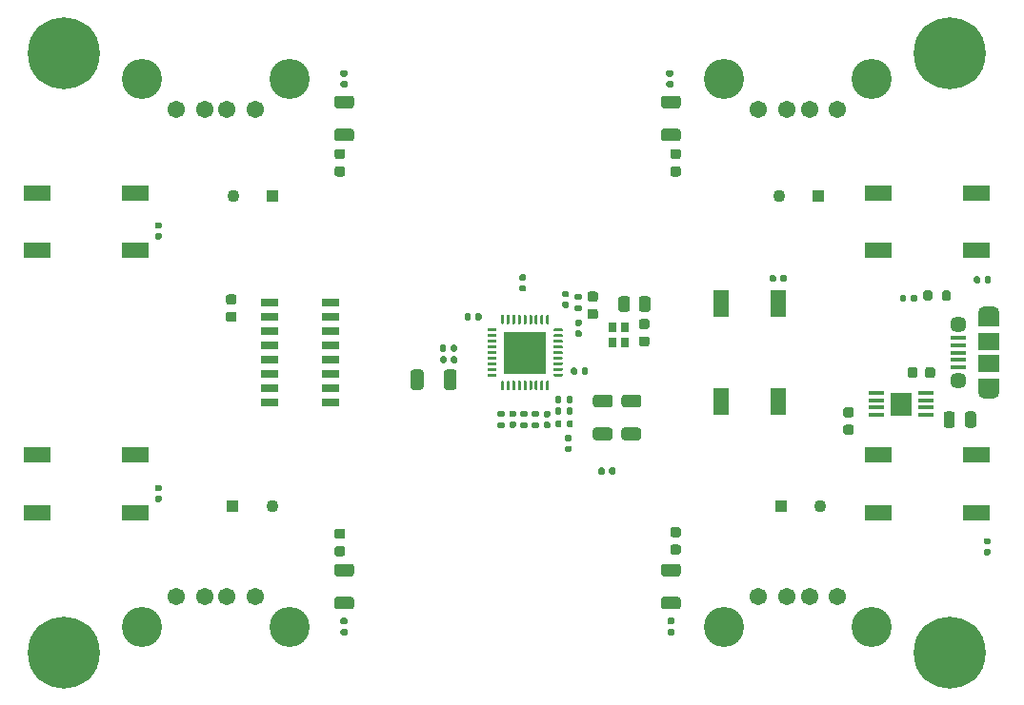
<source format=gbr>
G04 #@! TF.GenerationSoftware,KiCad,Pcbnew,(5.1.10)-1*
G04 #@! TF.CreationDate,2021-06-23T14:01:49+02:00*
G04 #@! TF.ProjectId,sh_control,73685f63-6f6e-4747-926f-6c2e6b696361,3.2*
G04 #@! TF.SameCoordinates,Original*
G04 #@! TF.FileFunction,Soldermask,Top*
G04 #@! TF.FilePolarity,Negative*
%FSLAX46Y46*%
G04 Gerber Fmt 4.6, Leading zero omitted, Abs format (unit mm)*
G04 Created by KiCad (PCBNEW (5.1.10)-1) date 2021-06-23 14:01:49*
%MOMM*%
%LPD*%
G01*
G04 APERTURE LIST*
%ADD10C,3.570000*%
%ADD11C,1.545000*%
%ADD12C,1.100000*%
%ADD13R,1.100000X1.100000*%
%ADD14R,1.525000X0.650000*%
%ADD15R,2.350000X1.350000*%
%ADD16R,1.350000X2.350000*%
%ADD17R,0.800000X0.900000*%
%ADD18R,1.846000X2.150000*%
%ADD19R,1.400000X0.450000*%
%ADD20R,1.900000X1.200000*%
%ADD21O,1.900000X1.200000*%
%ADD22R,1.900000X1.500000*%
%ADD23C,1.450000*%
%ADD24R,1.350000X0.400000*%
%ADD25R,3.700000X3.700000*%
%ADD26C,0.800000*%
%ADD27C,6.400000*%
G04 APERTURE END LIST*
G36*
G01*
X54746999Y-122058000D02*
X55997001Y-122058000D01*
G75*
G02*
X56247000Y-122307999I0J-249999D01*
G01*
X56247000Y-122933001D01*
G75*
G02*
X55997001Y-123183000I-249999J0D01*
G01*
X54746999Y-123183000D01*
G75*
G02*
X54497000Y-122933001I0J249999D01*
G01*
X54497000Y-122307999D01*
G75*
G02*
X54746999Y-122058000I249999J0D01*
G01*
G37*
G36*
G01*
X54746999Y-119133000D02*
X55997001Y-119133000D01*
G75*
G02*
X56247000Y-119382999I0J-249999D01*
G01*
X56247000Y-120008001D01*
G75*
G02*
X55997001Y-120258000I-249999J0D01*
G01*
X54746999Y-120258000D01*
G75*
G02*
X54497000Y-120008001I0J249999D01*
G01*
X54497000Y-119382999D01*
G75*
G02*
X54746999Y-119133000I249999J0D01*
G01*
G37*
G36*
G01*
X55997001Y-78602000D02*
X54746999Y-78602000D01*
G75*
G02*
X54497000Y-78352001I0J249999D01*
G01*
X54497000Y-77726999D01*
G75*
G02*
X54746999Y-77477000I249999J0D01*
G01*
X55997001Y-77477000D01*
G75*
G02*
X56247000Y-77726999I0J-249999D01*
G01*
X56247000Y-78352001D01*
G75*
G02*
X55997001Y-78602000I-249999J0D01*
G01*
G37*
G36*
G01*
X55997001Y-81527000D02*
X54746999Y-81527000D01*
G75*
G02*
X54497000Y-81277001I0J249999D01*
G01*
X54497000Y-80651999D01*
G75*
G02*
X54746999Y-80402000I249999J0D01*
G01*
X55997001Y-80402000D01*
G75*
G02*
X56247000Y-80651999I0J-249999D01*
G01*
X56247000Y-81277001D01*
G75*
G02*
X55997001Y-81527000I-249999J0D01*
G01*
G37*
G36*
G01*
X85047001Y-78602000D02*
X83796999Y-78602000D01*
G75*
G02*
X83547000Y-78352001I0J249999D01*
G01*
X83547000Y-77726999D01*
G75*
G02*
X83796999Y-77477000I249999J0D01*
G01*
X85047001Y-77477000D01*
G75*
G02*
X85297000Y-77726999I0J-249999D01*
G01*
X85297000Y-78352001D01*
G75*
G02*
X85047001Y-78602000I-249999J0D01*
G01*
G37*
G36*
G01*
X85047001Y-81527000D02*
X83796999Y-81527000D01*
G75*
G02*
X83547000Y-81277001I0J249999D01*
G01*
X83547000Y-80651999D01*
G75*
G02*
X83796999Y-80402000I249999J0D01*
G01*
X85047001Y-80402000D01*
G75*
G02*
X85297000Y-80651999I0J-249999D01*
G01*
X85297000Y-81277001D01*
G75*
G02*
X85047001Y-81527000I-249999J0D01*
G01*
G37*
G36*
G01*
X83796999Y-122058000D02*
X85047001Y-122058000D01*
G75*
G02*
X85297000Y-122307999I0J-249999D01*
G01*
X85297000Y-122933001D01*
G75*
G02*
X85047001Y-123183000I-249999J0D01*
G01*
X83796999Y-123183000D01*
G75*
G02*
X83547000Y-122933001I0J249999D01*
G01*
X83547000Y-122307999D01*
G75*
G02*
X83796999Y-122058000I249999J0D01*
G01*
G37*
G36*
G01*
X83796999Y-119133000D02*
X85047001Y-119133000D01*
G75*
G02*
X85297000Y-119382999I0J-249999D01*
G01*
X85297000Y-120008001D01*
G75*
G02*
X85047001Y-120258000I-249999J0D01*
G01*
X83796999Y-120258000D01*
G75*
G02*
X83547000Y-120008001I0J249999D01*
G01*
X83547000Y-119382999D01*
G75*
G02*
X83796999Y-119133000I249999J0D01*
G01*
G37*
G36*
G01*
X55544500Y-124524000D02*
X55199500Y-124524000D01*
G75*
G02*
X55052000Y-124376500I0J147500D01*
G01*
X55052000Y-124081500D01*
G75*
G02*
X55199500Y-123934000I147500J0D01*
G01*
X55544500Y-123934000D01*
G75*
G02*
X55692000Y-124081500I0J-147500D01*
G01*
X55692000Y-124376500D01*
G75*
G02*
X55544500Y-124524000I-147500J0D01*
G01*
G37*
G36*
G01*
X55544500Y-125494000D02*
X55199500Y-125494000D01*
G75*
G02*
X55052000Y-125346500I0J147500D01*
G01*
X55052000Y-125051500D01*
G75*
G02*
X55199500Y-124904000I147500J0D01*
G01*
X55544500Y-124904000D01*
G75*
G02*
X55692000Y-125051500I0J-147500D01*
G01*
X55692000Y-125346500D01*
G75*
G02*
X55544500Y-125494000I-147500J0D01*
G01*
G37*
G36*
G01*
X55199500Y-76159000D02*
X55544500Y-76159000D01*
G75*
G02*
X55692000Y-76306500I0J-147500D01*
G01*
X55692000Y-76601500D01*
G75*
G02*
X55544500Y-76749000I-147500J0D01*
G01*
X55199500Y-76749000D01*
G75*
G02*
X55052000Y-76601500I0J147500D01*
G01*
X55052000Y-76306500D01*
G75*
G02*
X55199500Y-76159000I147500J0D01*
G01*
G37*
G36*
G01*
X55199500Y-75189000D02*
X55544500Y-75189000D01*
G75*
G02*
X55692000Y-75336500I0J-147500D01*
G01*
X55692000Y-75631500D01*
G75*
G02*
X55544500Y-75779000I-147500J0D01*
G01*
X55199500Y-75779000D01*
G75*
G02*
X55052000Y-75631500I0J147500D01*
G01*
X55052000Y-75336500D01*
G75*
G02*
X55199500Y-75189000I147500J0D01*
G01*
G37*
G36*
G01*
X84155500Y-76159000D02*
X84500500Y-76159000D01*
G75*
G02*
X84648000Y-76306500I0J-147500D01*
G01*
X84648000Y-76601500D01*
G75*
G02*
X84500500Y-76749000I-147500J0D01*
G01*
X84155500Y-76749000D01*
G75*
G02*
X84008000Y-76601500I0J147500D01*
G01*
X84008000Y-76306500D01*
G75*
G02*
X84155500Y-76159000I147500J0D01*
G01*
G37*
G36*
G01*
X84155500Y-75189000D02*
X84500500Y-75189000D01*
G75*
G02*
X84648000Y-75336500I0J-147500D01*
G01*
X84648000Y-75631500D01*
G75*
G02*
X84500500Y-75779000I-147500J0D01*
G01*
X84155500Y-75779000D01*
G75*
G02*
X84008000Y-75631500I0J147500D01*
G01*
X84008000Y-75336500D01*
G75*
G02*
X84155500Y-75189000I147500J0D01*
G01*
G37*
G36*
G01*
X84594500Y-124524000D02*
X84249500Y-124524000D01*
G75*
G02*
X84102000Y-124376500I0J147500D01*
G01*
X84102000Y-124081500D01*
G75*
G02*
X84249500Y-123934000I147500J0D01*
G01*
X84594500Y-123934000D01*
G75*
G02*
X84742000Y-124081500I0J-147500D01*
G01*
X84742000Y-124376500D01*
G75*
G02*
X84594500Y-124524000I-147500J0D01*
G01*
G37*
G36*
G01*
X84594500Y-125494000D02*
X84249500Y-125494000D01*
G75*
G02*
X84102000Y-125346500I0J147500D01*
G01*
X84102000Y-125051500D01*
G75*
G02*
X84249500Y-124904000I147500J0D01*
G01*
X84594500Y-124904000D01*
G75*
G02*
X84742000Y-125051500I0J-147500D01*
G01*
X84742000Y-125346500D01*
G75*
G02*
X84594500Y-125494000I-147500J0D01*
G01*
G37*
D10*
X50550000Y-124710000D03*
X37410000Y-124710000D03*
D11*
X47480000Y-122000000D03*
X44980000Y-122000000D03*
X42980000Y-122000000D03*
X40480000Y-122000000D03*
D10*
X37410000Y-75950000D03*
X50550000Y-75950000D03*
D11*
X40480000Y-78660000D03*
X42980000Y-78660000D03*
X44980000Y-78660000D03*
X47480000Y-78660000D03*
D10*
X89150000Y-75950000D03*
X102290000Y-75950000D03*
D11*
X92220000Y-78660000D03*
X94720000Y-78660000D03*
X96720000Y-78660000D03*
X99220000Y-78660000D03*
D10*
X102290000Y-124710000D03*
X89150000Y-124710000D03*
D11*
X99220000Y-122000000D03*
X96720000Y-122000000D03*
X94720000Y-122000000D03*
X92220000Y-122000000D03*
G36*
G01*
X38692000Y-113075000D02*
X39032000Y-113075000D01*
G75*
G02*
X39172000Y-113215000I0J-140000D01*
G01*
X39172000Y-113495000D01*
G75*
G02*
X39032000Y-113635000I-140000J0D01*
G01*
X38692000Y-113635000D01*
G75*
G02*
X38552000Y-113495000I0J140000D01*
G01*
X38552000Y-113215000D01*
G75*
G02*
X38692000Y-113075000I140000J0D01*
G01*
G37*
G36*
G01*
X38692000Y-112115000D02*
X39032000Y-112115000D01*
G75*
G02*
X39172000Y-112255000I0J-140000D01*
G01*
X39172000Y-112535000D01*
G75*
G02*
X39032000Y-112675000I-140000J0D01*
G01*
X38692000Y-112675000D01*
G75*
G02*
X38552000Y-112535000I0J140000D01*
G01*
X38552000Y-112255000D01*
G75*
G02*
X38692000Y-112115000I140000J0D01*
G01*
G37*
G36*
G01*
X55241000Y-116909000D02*
X54741000Y-116909000D01*
G75*
G02*
X54516000Y-116684000I0J225000D01*
G01*
X54516000Y-116234000D01*
G75*
G02*
X54741000Y-116009000I225000J0D01*
G01*
X55241000Y-116009000D01*
G75*
G02*
X55466000Y-116234000I0J-225000D01*
G01*
X55466000Y-116684000D01*
G75*
G02*
X55241000Y-116909000I-225000J0D01*
G01*
G37*
G36*
G01*
X55241000Y-118459000D02*
X54741000Y-118459000D01*
G75*
G02*
X54516000Y-118234000I0J225000D01*
G01*
X54516000Y-117784000D01*
G75*
G02*
X54741000Y-117559000I225000J0D01*
G01*
X55241000Y-117559000D01*
G75*
G02*
X55466000Y-117784000I0J-225000D01*
G01*
X55466000Y-118234000D01*
G75*
G02*
X55241000Y-118459000I-225000J0D01*
G01*
G37*
G36*
G01*
X112313000Y-94023000D02*
X112313000Y-93683000D01*
G75*
G02*
X112453000Y-93543000I140000J0D01*
G01*
X112733000Y-93543000D01*
G75*
G02*
X112873000Y-93683000I0J-140000D01*
G01*
X112873000Y-94023000D01*
G75*
G02*
X112733000Y-94163000I-140000J0D01*
G01*
X112453000Y-94163000D01*
G75*
G02*
X112313000Y-94023000I0J140000D01*
G01*
G37*
G36*
G01*
X111353000Y-94023000D02*
X111353000Y-93683000D01*
G75*
G02*
X111493000Y-93543000I140000J0D01*
G01*
X111773000Y-93543000D01*
G75*
G02*
X111913000Y-93683000I0J-140000D01*
G01*
X111913000Y-94023000D01*
G75*
G02*
X111773000Y-94163000I-140000J0D01*
G01*
X111493000Y-94163000D01*
G75*
G02*
X111353000Y-94023000I0J140000D01*
G01*
G37*
G36*
G01*
X84586000Y-83764000D02*
X85086000Y-83764000D01*
G75*
G02*
X85311000Y-83989000I0J-225000D01*
G01*
X85311000Y-84439000D01*
G75*
G02*
X85086000Y-84664000I-225000J0D01*
G01*
X84586000Y-84664000D01*
G75*
G02*
X84361000Y-84439000I0J225000D01*
G01*
X84361000Y-83989000D01*
G75*
G02*
X84586000Y-83764000I225000J0D01*
G01*
G37*
G36*
G01*
X84586000Y-82214000D02*
X85086000Y-82214000D01*
G75*
G02*
X85311000Y-82439000I0J-225000D01*
G01*
X85311000Y-82889000D01*
G75*
G02*
X85086000Y-83114000I-225000J0D01*
G01*
X84586000Y-83114000D01*
G75*
G02*
X84361000Y-82889000I0J225000D01*
G01*
X84361000Y-82439000D01*
G75*
G02*
X84586000Y-82214000I225000J0D01*
G01*
G37*
D12*
X48980000Y-114000000D03*
D13*
X45480000Y-114000000D03*
D12*
X94036000Y-86360000D03*
D13*
X97536000Y-86360000D03*
G36*
G01*
X38692000Y-89707000D02*
X39032000Y-89707000D01*
G75*
G02*
X39172000Y-89847000I0J-140000D01*
G01*
X39172000Y-90127000D01*
G75*
G02*
X39032000Y-90267000I-140000J0D01*
G01*
X38692000Y-90267000D01*
G75*
G02*
X38552000Y-90127000I0J140000D01*
G01*
X38552000Y-89847000D01*
G75*
G02*
X38692000Y-89707000I140000J0D01*
G01*
G37*
G36*
G01*
X38692000Y-88747000D02*
X39032000Y-88747000D01*
G75*
G02*
X39172000Y-88887000I0J-140000D01*
G01*
X39172000Y-89167000D01*
G75*
G02*
X39032000Y-89307000I-140000J0D01*
G01*
X38692000Y-89307000D01*
G75*
G02*
X38552000Y-89167000I0J140000D01*
G01*
X38552000Y-88887000D01*
G75*
G02*
X38692000Y-88747000I140000J0D01*
G01*
G37*
G36*
G01*
X54741000Y-83764000D02*
X55241000Y-83764000D01*
G75*
G02*
X55466000Y-83989000I0J-225000D01*
G01*
X55466000Y-84439000D01*
G75*
G02*
X55241000Y-84664000I-225000J0D01*
G01*
X54741000Y-84664000D01*
G75*
G02*
X54516000Y-84439000I0J225000D01*
G01*
X54516000Y-83989000D01*
G75*
G02*
X54741000Y-83764000I225000J0D01*
G01*
G37*
G36*
G01*
X54741000Y-82214000D02*
X55241000Y-82214000D01*
G75*
G02*
X55466000Y-82439000I0J-225000D01*
G01*
X55466000Y-82889000D01*
G75*
G02*
X55241000Y-83114000I-225000J0D01*
G01*
X54741000Y-83114000D01*
G75*
G02*
X54516000Y-82889000I0J225000D01*
G01*
X54516000Y-82439000D01*
G75*
G02*
X54741000Y-82214000I225000J0D01*
G01*
G37*
D12*
X45522000Y-86360000D03*
D13*
X49022000Y-86360000D03*
D12*
X97720000Y-114000000D03*
D13*
X94220000Y-114000000D03*
G36*
G01*
X85086000Y-116769000D02*
X84586000Y-116769000D01*
G75*
G02*
X84361000Y-116544000I0J225000D01*
G01*
X84361000Y-116094000D01*
G75*
G02*
X84586000Y-115869000I225000J0D01*
G01*
X85086000Y-115869000D01*
G75*
G02*
X85311000Y-116094000I0J-225000D01*
G01*
X85311000Y-116544000D01*
G75*
G02*
X85086000Y-116769000I-225000J0D01*
G01*
G37*
G36*
G01*
X85086000Y-118319000D02*
X84586000Y-118319000D01*
G75*
G02*
X84361000Y-118094000I0J225000D01*
G01*
X84361000Y-117644000D01*
G75*
G02*
X84586000Y-117419000I225000J0D01*
G01*
X85086000Y-117419000D01*
G75*
G02*
X85311000Y-117644000I0J-225000D01*
G01*
X85311000Y-118094000D01*
G75*
G02*
X85086000Y-118319000I-225000J0D01*
G01*
G37*
G36*
G01*
X112692000Y-117402000D02*
X112352000Y-117402000D01*
G75*
G02*
X112212000Y-117262000I0J140000D01*
G01*
X112212000Y-116982000D01*
G75*
G02*
X112352000Y-116842000I140000J0D01*
G01*
X112692000Y-116842000D01*
G75*
G02*
X112832000Y-116982000I0J-140000D01*
G01*
X112832000Y-117262000D01*
G75*
G02*
X112692000Y-117402000I-140000J0D01*
G01*
G37*
G36*
G01*
X112692000Y-118362000D02*
X112352000Y-118362000D01*
G75*
G02*
X112212000Y-118222000I0J140000D01*
G01*
X112212000Y-117942000D01*
G75*
G02*
X112352000Y-117802000I140000J0D01*
G01*
X112692000Y-117802000D01*
G75*
G02*
X112832000Y-117942000I0J-140000D01*
G01*
X112832000Y-118222000D01*
G75*
G02*
X112692000Y-118362000I-140000J0D01*
G01*
G37*
D14*
X54162000Y-95885000D03*
X54162000Y-97155000D03*
X54162000Y-98425000D03*
X54162000Y-99695000D03*
X54162000Y-100965000D03*
X54162000Y-102235000D03*
X54162000Y-103505000D03*
X54162000Y-104775000D03*
X48738000Y-104775000D03*
X48738000Y-103505000D03*
X48738000Y-102235000D03*
X48738000Y-100965000D03*
X48738000Y-99695000D03*
X48738000Y-98425000D03*
X48738000Y-97155000D03*
X48738000Y-95885000D03*
D15*
X36830000Y-109450000D03*
X36830000Y-114550000D03*
X28130000Y-114550000D03*
X28130000Y-109450000D03*
X36830000Y-86110000D03*
X36830000Y-91210000D03*
X28130000Y-91210000D03*
X28130000Y-86110000D03*
X111570000Y-86110000D03*
X111570000Y-91210000D03*
X102870000Y-91210000D03*
X102870000Y-86110000D03*
X111570000Y-109450000D03*
X111570000Y-114550000D03*
X102870000Y-114550000D03*
X102870000Y-109450000D03*
G36*
G01*
X108502000Y-95525000D02*
X108502000Y-94975000D01*
G75*
G02*
X108702000Y-94775000I200000J0D01*
G01*
X109102000Y-94775000D01*
G75*
G02*
X109302000Y-94975000I0J-200000D01*
G01*
X109302000Y-95525000D01*
G75*
G02*
X109102000Y-95725000I-200000J0D01*
G01*
X108702000Y-95725000D01*
G75*
G02*
X108502000Y-95525000I0J200000D01*
G01*
G37*
G36*
G01*
X106852000Y-95525000D02*
X106852000Y-94975000D01*
G75*
G02*
X107052000Y-94775000I200000J0D01*
G01*
X107452000Y-94775000D01*
G75*
G02*
X107652000Y-94975000I0J-200000D01*
G01*
X107652000Y-95525000D01*
G75*
G02*
X107452000Y-95725000I-200000J0D01*
G01*
X107052000Y-95725000D01*
G75*
G02*
X106852000Y-95525000I0J200000D01*
G01*
G37*
D16*
X88900000Y-95980000D03*
X94000000Y-95980000D03*
X94000000Y-104680000D03*
X88900000Y-104680000D03*
G36*
G01*
X71189000Y-106541000D02*
X71559000Y-106541000D01*
G75*
G02*
X71694000Y-106676000I0J-135000D01*
G01*
X71694000Y-106946000D01*
G75*
G02*
X71559000Y-107081000I-135000J0D01*
G01*
X71189000Y-107081000D01*
G75*
G02*
X71054000Y-106946000I0J135000D01*
G01*
X71054000Y-106676000D01*
G75*
G02*
X71189000Y-106541000I135000J0D01*
G01*
G37*
G36*
G01*
X71189000Y-105521000D02*
X71559000Y-105521000D01*
G75*
G02*
X71694000Y-105656000I0J-135000D01*
G01*
X71694000Y-105926000D01*
G75*
G02*
X71559000Y-106061000I-135000J0D01*
G01*
X71189000Y-106061000D01*
G75*
G02*
X71054000Y-105926000I0J135000D01*
G01*
X71054000Y-105656000D01*
G75*
G02*
X71189000Y-105521000I135000J0D01*
G01*
G37*
G36*
G01*
X69157000Y-106541000D02*
X69527000Y-106541000D01*
G75*
G02*
X69662000Y-106676000I0J-135000D01*
G01*
X69662000Y-106946000D01*
G75*
G02*
X69527000Y-107081000I-135000J0D01*
G01*
X69157000Y-107081000D01*
G75*
G02*
X69022000Y-106946000I0J135000D01*
G01*
X69022000Y-106676000D01*
G75*
G02*
X69157000Y-106541000I135000J0D01*
G01*
G37*
G36*
G01*
X69157000Y-105521000D02*
X69527000Y-105521000D01*
G75*
G02*
X69662000Y-105656000I0J-135000D01*
G01*
X69662000Y-105926000D01*
G75*
G02*
X69527000Y-106061000I-135000J0D01*
G01*
X69157000Y-106061000D01*
G75*
G02*
X69022000Y-105926000I0J135000D01*
G01*
X69022000Y-105656000D01*
G75*
G02*
X69157000Y-105521000I135000J0D01*
G01*
G37*
G36*
G01*
X72205000Y-106537000D02*
X72575000Y-106537000D01*
G75*
G02*
X72710000Y-106672000I0J-135000D01*
G01*
X72710000Y-106942000D01*
G75*
G02*
X72575000Y-107077000I-135000J0D01*
G01*
X72205000Y-107077000D01*
G75*
G02*
X72070000Y-106942000I0J135000D01*
G01*
X72070000Y-106672000D01*
G75*
G02*
X72205000Y-106537000I135000J0D01*
G01*
G37*
G36*
G01*
X72205000Y-105517000D02*
X72575000Y-105517000D01*
G75*
G02*
X72710000Y-105652000I0J-135000D01*
G01*
X72710000Y-105922000D01*
G75*
G02*
X72575000Y-106057000I-135000J0D01*
G01*
X72205000Y-106057000D01*
G75*
G02*
X72070000Y-105922000I0J135000D01*
G01*
X72070000Y-105652000D01*
G75*
G02*
X72205000Y-105517000I135000J0D01*
G01*
G37*
G36*
G01*
X64443000Y-99779000D02*
X64443000Y-100119000D01*
G75*
G02*
X64303000Y-100259000I-140000J0D01*
G01*
X64023000Y-100259000D01*
G75*
G02*
X63883000Y-100119000I0J140000D01*
G01*
X63883000Y-99779000D01*
G75*
G02*
X64023000Y-99639000I140000J0D01*
G01*
X64303000Y-99639000D01*
G75*
G02*
X64443000Y-99779000I0J-140000D01*
G01*
G37*
G36*
G01*
X65403000Y-99779000D02*
X65403000Y-100119000D01*
G75*
G02*
X65263000Y-100259000I-140000J0D01*
G01*
X64983000Y-100259000D01*
G75*
G02*
X64843000Y-100119000I0J140000D01*
G01*
X64843000Y-99779000D01*
G75*
G02*
X64983000Y-99639000I140000J0D01*
G01*
X65263000Y-99639000D01*
G75*
G02*
X65403000Y-99779000I0J-140000D01*
G01*
G37*
G36*
G01*
X94152000Y-93896000D02*
X94152000Y-93556000D01*
G75*
G02*
X94292000Y-93416000I140000J0D01*
G01*
X94572000Y-93416000D01*
G75*
G02*
X94712000Y-93556000I0J-140000D01*
G01*
X94712000Y-93896000D01*
G75*
G02*
X94572000Y-94036000I-140000J0D01*
G01*
X94292000Y-94036000D01*
G75*
G02*
X94152000Y-93896000I0J140000D01*
G01*
G37*
G36*
G01*
X93192000Y-93896000D02*
X93192000Y-93556000D01*
G75*
G02*
X93332000Y-93416000I140000J0D01*
G01*
X93612000Y-93416000D01*
G75*
G02*
X93752000Y-93556000I0J-140000D01*
G01*
X93752000Y-93896000D01*
G75*
G02*
X93612000Y-94036000I-140000J0D01*
G01*
X93332000Y-94036000D01*
G75*
G02*
X93192000Y-93896000I0J140000D01*
G01*
G37*
G36*
G01*
X45589000Y-96055000D02*
X45089000Y-96055000D01*
G75*
G02*
X44864000Y-95830000I0J225000D01*
G01*
X44864000Y-95380000D01*
G75*
G02*
X45089000Y-95155000I225000J0D01*
G01*
X45589000Y-95155000D01*
G75*
G02*
X45814000Y-95380000I0J-225000D01*
G01*
X45814000Y-95830000D01*
G75*
G02*
X45589000Y-96055000I-225000J0D01*
G01*
G37*
G36*
G01*
X45589000Y-97605000D02*
X45089000Y-97605000D01*
G75*
G02*
X44864000Y-97380000I0J225000D01*
G01*
X44864000Y-96930000D01*
G75*
G02*
X45089000Y-96705000I225000J0D01*
G01*
X45589000Y-96705000D01*
G75*
G02*
X45814000Y-96930000I0J-225000D01*
G01*
X45814000Y-97380000D01*
G75*
G02*
X45589000Y-97605000I-225000J0D01*
G01*
G37*
G36*
G01*
X106355000Y-101858000D02*
X106355000Y-102358000D01*
G75*
G02*
X106130000Y-102583000I-225000J0D01*
G01*
X105680000Y-102583000D01*
G75*
G02*
X105455000Y-102358000I0J225000D01*
G01*
X105455000Y-101858000D01*
G75*
G02*
X105680000Y-101633000I225000J0D01*
G01*
X106130000Y-101633000D01*
G75*
G02*
X106355000Y-101858000I0J-225000D01*
G01*
G37*
G36*
G01*
X107905000Y-101858000D02*
X107905000Y-102358000D01*
G75*
G02*
X107680000Y-102583000I-225000J0D01*
G01*
X107230000Y-102583000D01*
G75*
G02*
X107005000Y-102358000I0J225000D01*
G01*
X107005000Y-101858000D01*
G75*
G02*
X107230000Y-101633000I225000J0D01*
G01*
X107680000Y-101633000D01*
G75*
G02*
X107905000Y-101858000I0J-225000D01*
G01*
G37*
G36*
G01*
X105737000Y-95674000D02*
X105737000Y-95334000D01*
G75*
G02*
X105877000Y-95194000I140000J0D01*
G01*
X106157000Y-95194000D01*
G75*
G02*
X106297000Y-95334000I0J-140000D01*
G01*
X106297000Y-95674000D01*
G75*
G02*
X106157000Y-95814000I-140000J0D01*
G01*
X105877000Y-95814000D01*
G75*
G02*
X105737000Y-95674000I0J140000D01*
G01*
G37*
G36*
G01*
X104777000Y-95674000D02*
X104777000Y-95334000D01*
G75*
G02*
X104917000Y-95194000I140000J0D01*
G01*
X105197000Y-95194000D01*
G75*
G02*
X105337000Y-95334000I0J-140000D01*
G01*
X105337000Y-95674000D01*
G75*
G02*
X105197000Y-95814000I-140000J0D01*
G01*
X104917000Y-95814000D01*
G75*
G02*
X104777000Y-95674000I0J140000D01*
G01*
G37*
D17*
X80348000Y-98064000D03*
X80348000Y-99464000D03*
X79248000Y-99464000D03*
X79248000Y-98064000D03*
G36*
G01*
X76385000Y-95645000D02*
X76015000Y-95645000D01*
G75*
G02*
X75880000Y-95510000I0J135000D01*
G01*
X75880000Y-95240000D01*
G75*
G02*
X76015000Y-95105000I135000J0D01*
G01*
X76385000Y-95105000D01*
G75*
G02*
X76520000Y-95240000I0J-135000D01*
G01*
X76520000Y-95510000D01*
G75*
G02*
X76385000Y-95645000I-135000J0D01*
G01*
G37*
G36*
G01*
X76385000Y-96665000D02*
X76015000Y-96665000D01*
G75*
G02*
X75880000Y-96530000I0J135000D01*
G01*
X75880000Y-96260000D01*
G75*
G02*
X76015000Y-96125000I135000J0D01*
G01*
X76385000Y-96125000D01*
G75*
G02*
X76520000Y-96260000I0J-135000D01*
G01*
X76520000Y-96530000D01*
G75*
G02*
X76385000Y-96665000I-135000J0D01*
G01*
G37*
G36*
G01*
X75168000Y-104706000D02*
X75168000Y-104336000D01*
G75*
G02*
X75303000Y-104201000I135000J0D01*
G01*
X75573000Y-104201000D01*
G75*
G02*
X75708000Y-104336000I0J-135000D01*
G01*
X75708000Y-104706000D01*
G75*
G02*
X75573000Y-104841000I-135000J0D01*
G01*
X75303000Y-104841000D01*
G75*
G02*
X75168000Y-104706000I0J135000D01*
G01*
G37*
G36*
G01*
X74148000Y-104706000D02*
X74148000Y-104336000D01*
G75*
G02*
X74283000Y-104201000I135000J0D01*
G01*
X74553000Y-104201000D01*
G75*
G02*
X74688000Y-104336000I0J-135000D01*
G01*
X74688000Y-104706000D01*
G75*
G02*
X74553000Y-104841000I-135000J0D01*
G01*
X74283000Y-104841000D01*
G75*
G02*
X74148000Y-104706000I0J135000D01*
G01*
G37*
G36*
G01*
X81524001Y-105206500D02*
X80273999Y-105206500D01*
G75*
G02*
X80024000Y-104956501I0J249999D01*
G01*
X80024000Y-104331499D01*
G75*
G02*
X80273999Y-104081500I249999J0D01*
G01*
X81524001Y-104081500D01*
G75*
G02*
X81774000Y-104331499I0J-249999D01*
G01*
X81774000Y-104956501D01*
G75*
G02*
X81524001Y-105206500I-249999J0D01*
G01*
G37*
G36*
G01*
X81524001Y-108131500D02*
X80273999Y-108131500D01*
G75*
G02*
X80024000Y-107881501I0J249999D01*
G01*
X80024000Y-107256499D01*
G75*
G02*
X80273999Y-107006500I249999J0D01*
G01*
X81524001Y-107006500D01*
G75*
G02*
X81774000Y-107256499I0J-249999D01*
G01*
X81774000Y-107881501D01*
G75*
G02*
X81524001Y-108131500I-249999J0D01*
G01*
G37*
G36*
G01*
X75168000Y-105722000D02*
X75168000Y-105352000D01*
G75*
G02*
X75303000Y-105217000I135000J0D01*
G01*
X75573000Y-105217000D01*
G75*
G02*
X75708000Y-105352000I0J-135000D01*
G01*
X75708000Y-105722000D01*
G75*
G02*
X75573000Y-105857000I-135000J0D01*
G01*
X75303000Y-105857000D01*
G75*
G02*
X75168000Y-105722000I0J135000D01*
G01*
G37*
G36*
G01*
X74148000Y-105722000D02*
X74148000Y-105352000D01*
G75*
G02*
X74283000Y-105217000I135000J0D01*
G01*
X74553000Y-105217000D01*
G75*
G02*
X74688000Y-105352000I0J-135000D01*
G01*
X74688000Y-105722000D01*
G75*
G02*
X74553000Y-105857000I-135000J0D01*
G01*
X74283000Y-105857000D01*
G75*
G02*
X74148000Y-105722000I0J135000D01*
G01*
G37*
G36*
G01*
X80776500Y-95561999D02*
X80776500Y-96462001D01*
G75*
G02*
X80526501Y-96712000I-249999J0D01*
G01*
X80001499Y-96712000D01*
G75*
G02*
X79751500Y-96462001I0J249999D01*
G01*
X79751500Y-95561999D01*
G75*
G02*
X80001499Y-95312000I249999J0D01*
G01*
X80526501Y-95312000D01*
G75*
G02*
X80776500Y-95561999I0J-249999D01*
G01*
G37*
G36*
G01*
X82601500Y-95561999D02*
X82601500Y-96462001D01*
G75*
G02*
X82351501Y-96712000I-249999J0D01*
G01*
X81826499Y-96712000D01*
G75*
G02*
X81576500Y-96462001I0J249999D01*
G01*
X81576500Y-95561999D01*
G75*
G02*
X81826499Y-95312000I249999J0D01*
G01*
X82351501Y-95312000D01*
G75*
G02*
X82601500Y-95561999I0J-249999D01*
G01*
G37*
G36*
G01*
X77733999Y-107006500D02*
X78984001Y-107006500D01*
G75*
G02*
X79234000Y-107256499I0J-249999D01*
G01*
X79234000Y-107881501D01*
G75*
G02*
X78984001Y-108131500I-249999J0D01*
G01*
X77733999Y-108131500D01*
G75*
G02*
X77484000Y-107881501I0J249999D01*
G01*
X77484000Y-107256499D01*
G75*
G02*
X77733999Y-107006500I249999J0D01*
G01*
G37*
G36*
G01*
X77733999Y-104081500D02*
X78984001Y-104081500D01*
G75*
G02*
X79234000Y-104331499I0J-249999D01*
G01*
X79234000Y-104956501D01*
G75*
G02*
X78984001Y-105206500I-249999J0D01*
G01*
X77733999Y-105206500D01*
G75*
G02*
X77484000Y-104956501I0J249999D01*
G01*
X77484000Y-104331499D01*
G75*
G02*
X77733999Y-104081500I249999J0D01*
G01*
G37*
G36*
G01*
X75168000Y-106865000D02*
X75168000Y-106495000D01*
G75*
G02*
X75303000Y-106360000I135000J0D01*
G01*
X75573000Y-106360000D01*
G75*
G02*
X75708000Y-106495000I0J-135000D01*
G01*
X75708000Y-106865000D01*
G75*
G02*
X75573000Y-107000000I-135000J0D01*
G01*
X75303000Y-107000000D01*
G75*
G02*
X75168000Y-106865000I0J135000D01*
G01*
G37*
G36*
G01*
X74148000Y-106865000D02*
X74148000Y-106495000D01*
G75*
G02*
X74283000Y-106360000I135000J0D01*
G01*
X74553000Y-106360000D01*
G75*
G02*
X74688000Y-106495000I0J-135000D01*
G01*
X74688000Y-106865000D01*
G75*
G02*
X74553000Y-107000000I-135000J0D01*
G01*
X74283000Y-107000000D01*
G75*
G02*
X74148000Y-106865000I0J135000D01*
G01*
G37*
G36*
G01*
X78550000Y-110698500D02*
X78550000Y-111043500D01*
G75*
G02*
X78402500Y-111191000I-147500J0D01*
G01*
X78107500Y-111191000D01*
G75*
G02*
X77960000Y-111043500I0J147500D01*
G01*
X77960000Y-110698500D01*
G75*
G02*
X78107500Y-110551000I147500J0D01*
G01*
X78402500Y-110551000D01*
G75*
G02*
X78550000Y-110698500I0J-147500D01*
G01*
G37*
G36*
G01*
X79520000Y-110698500D02*
X79520000Y-111043500D01*
G75*
G02*
X79372500Y-111191000I-147500J0D01*
G01*
X79077500Y-111191000D01*
G75*
G02*
X78930000Y-111043500I0J147500D01*
G01*
X78930000Y-110698500D01*
G75*
G02*
X79077500Y-110551000I147500J0D01*
G01*
X79372500Y-110551000D01*
G75*
G02*
X79520000Y-110698500I0J-147500D01*
G01*
G37*
G36*
G01*
X76370000Y-97971000D02*
X76030000Y-97971000D01*
G75*
G02*
X75890000Y-97831000I0J140000D01*
G01*
X75890000Y-97551000D01*
G75*
G02*
X76030000Y-97411000I140000J0D01*
G01*
X76370000Y-97411000D01*
G75*
G02*
X76510000Y-97551000I0J-140000D01*
G01*
X76510000Y-97831000D01*
G75*
G02*
X76370000Y-97971000I-140000J0D01*
G01*
G37*
G36*
G01*
X76370000Y-98931000D02*
X76030000Y-98931000D01*
G75*
G02*
X75890000Y-98791000I0J140000D01*
G01*
X75890000Y-98511000D01*
G75*
G02*
X76030000Y-98371000I140000J0D01*
G01*
X76370000Y-98371000D01*
G75*
G02*
X76510000Y-98511000I0J-140000D01*
G01*
X76510000Y-98791000D01*
G75*
G02*
X76370000Y-98931000I-140000J0D01*
G01*
G37*
G36*
G01*
X75141000Y-108630000D02*
X75481000Y-108630000D01*
G75*
G02*
X75621000Y-108770000I0J-140000D01*
G01*
X75621000Y-109050000D01*
G75*
G02*
X75481000Y-109190000I-140000J0D01*
G01*
X75141000Y-109190000D01*
G75*
G02*
X75001000Y-109050000I0J140000D01*
G01*
X75001000Y-108770000D01*
G75*
G02*
X75141000Y-108630000I140000J0D01*
G01*
G37*
G36*
G01*
X75141000Y-107670000D02*
X75481000Y-107670000D01*
G75*
G02*
X75621000Y-107810000I0J-140000D01*
G01*
X75621000Y-108090000D01*
G75*
G02*
X75481000Y-108230000I-140000J0D01*
G01*
X75141000Y-108230000D01*
G75*
G02*
X75001000Y-108090000I0J140000D01*
G01*
X75001000Y-107810000D01*
G75*
G02*
X75141000Y-107670000I140000J0D01*
G01*
G37*
G36*
G01*
X73236000Y-106499000D02*
X73576000Y-106499000D01*
G75*
G02*
X73716000Y-106639000I0J-140000D01*
G01*
X73716000Y-106919000D01*
G75*
G02*
X73576000Y-107059000I-140000J0D01*
G01*
X73236000Y-107059000D01*
G75*
G02*
X73096000Y-106919000I0J140000D01*
G01*
X73096000Y-106639000D01*
G75*
G02*
X73236000Y-106499000I140000J0D01*
G01*
G37*
G36*
G01*
X73236000Y-105539000D02*
X73576000Y-105539000D01*
G75*
G02*
X73716000Y-105679000I0J-140000D01*
G01*
X73716000Y-105959000D01*
G75*
G02*
X73576000Y-106099000I-140000J0D01*
G01*
X73236000Y-106099000D01*
G75*
G02*
X73096000Y-105959000I0J140000D01*
G01*
X73096000Y-105679000D01*
G75*
G02*
X73236000Y-105539000I140000J0D01*
G01*
G37*
G36*
G01*
X82292000Y-98240000D02*
X81792000Y-98240000D01*
G75*
G02*
X81567000Y-98015000I0J225000D01*
G01*
X81567000Y-97565000D01*
G75*
G02*
X81792000Y-97340000I225000J0D01*
G01*
X82292000Y-97340000D01*
G75*
G02*
X82517000Y-97565000I0J-225000D01*
G01*
X82517000Y-98015000D01*
G75*
G02*
X82292000Y-98240000I-225000J0D01*
G01*
G37*
G36*
G01*
X82292000Y-99790000D02*
X81792000Y-99790000D01*
G75*
G02*
X81567000Y-99565000I0J225000D01*
G01*
X81567000Y-99115000D01*
G75*
G02*
X81792000Y-98890000I225000J0D01*
G01*
X82292000Y-98890000D01*
G75*
G02*
X82517000Y-99115000I0J-225000D01*
G01*
X82517000Y-99565000D01*
G75*
G02*
X82292000Y-99790000I-225000J0D01*
G01*
G37*
G36*
G01*
X77720000Y-95801000D02*
X77220000Y-95801000D01*
G75*
G02*
X76995000Y-95576000I0J225000D01*
G01*
X76995000Y-95126000D01*
G75*
G02*
X77220000Y-94901000I225000J0D01*
G01*
X77720000Y-94901000D01*
G75*
G02*
X77945000Y-95126000I0J-225000D01*
G01*
X77945000Y-95576000D01*
G75*
G02*
X77720000Y-95801000I-225000J0D01*
G01*
G37*
G36*
G01*
X77720000Y-97351000D02*
X77220000Y-97351000D01*
G75*
G02*
X76995000Y-97126000I0J225000D01*
G01*
X76995000Y-96676000D01*
G75*
G02*
X77220000Y-96451000I225000J0D01*
G01*
X77720000Y-96451000D01*
G75*
G02*
X77945000Y-96676000I0J-225000D01*
G01*
X77945000Y-97126000D01*
G75*
G02*
X77720000Y-97351000I-225000J0D01*
G01*
G37*
G36*
G01*
X62424000Y-102092999D02*
X62424000Y-103393001D01*
G75*
G02*
X62174001Y-103643000I-249999J0D01*
G01*
X61523999Y-103643000D01*
G75*
G02*
X61274000Y-103393001I0J249999D01*
G01*
X61274000Y-102092999D01*
G75*
G02*
X61523999Y-101843000I249999J0D01*
G01*
X62174001Y-101843000D01*
G75*
G02*
X62424000Y-102092999I0J-249999D01*
G01*
G37*
G36*
G01*
X65374000Y-102092999D02*
X65374000Y-103393001D01*
G75*
G02*
X65124001Y-103643000I-249999J0D01*
G01*
X64473999Y-103643000D01*
G75*
G02*
X64224000Y-103393001I0J249999D01*
G01*
X64224000Y-102092999D01*
G75*
G02*
X64473999Y-101843000I249999J0D01*
G01*
X65124001Y-101843000D01*
G75*
G02*
X65374000Y-102092999I0J-249999D01*
G01*
G37*
G36*
G01*
X64471000Y-100795000D02*
X64471000Y-101135000D01*
G75*
G02*
X64331000Y-101275000I-140000J0D01*
G01*
X64051000Y-101275000D01*
G75*
G02*
X63911000Y-101135000I0J140000D01*
G01*
X63911000Y-100795000D01*
G75*
G02*
X64051000Y-100655000I140000J0D01*
G01*
X64331000Y-100655000D01*
G75*
G02*
X64471000Y-100795000I0J-140000D01*
G01*
G37*
G36*
G01*
X65431000Y-100795000D02*
X65431000Y-101135000D01*
G75*
G02*
X65291000Y-101275000I-140000J0D01*
G01*
X65011000Y-101275000D01*
G75*
G02*
X64871000Y-101135000I0J140000D01*
G01*
X64871000Y-100795000D01*
G75*
G02*
X65011000Y-100655000I140000J0D01*
G01*
X65291000Y-100655000D01*
G75*
G02*
X65431000Y-100795000I0J-140000D01*
G01*
G37*
G36*
G01*
X70528000Y-106071000D02*
X70188000Y-106071000D01*
G75*
G02*
X70048000Y-105931000I0J140000D01*
G01*
X70048000Y-105651000D01*
G75*
G02*
X70188000Y-105511000I140000J0D01*
G01*
X70528000Y-105511000D01*
G75*
G02*
X70668000Y-105651000I0J-140000D01*
G01*
X70668000Y-105931000D01*
G75*
G02*
X70528000Y-106071000I-140000J0D01*
G01*
G37*
G36*
G01*
X70528000Y-107031000D02*
X70188000Y-107031000D01*
G75*
G02*
X70048000Y-106891000I0J140000D01*
G01*
X70048000Y-106611000D01*
G75*
G02*
X70188000Y-106471000I140000J0D01*
G01*
X70528000Y-106471000D01*
G75*
G02*
X70668000Y-106611000I0J-140000D01*
G01*
X70668000Y-106891000D01*
G75*
G02*
X70528000Y-107031000I-140000J0D01*
G01*
G37*
G36*
G01*
X75227000Y-95403000D02*
X74887000Y-95403000D01*
G75*
G02*
X74747000Y-95263000I0J140000D01*
G01*
X74747000Y-94983000D01*
G75*
G02*
X74887000Y-94843000I140000J0D01*
G01*
X75227000Y-94843000D01*
G75*
G02*
X75367000Y-94983000I0J-140000D01*
G01*
X75367000Y-95263000D01*
G75*
G02*
X75227000Y-95403000I-140000J0D01*
G01*
G37*
G36*
G01*
X75227000Y-96363000D02*
X74887000Y-96363000D01*
G75*
G02*
X74747000Y-96223000I0J140000D01*
G01*
X74747000Y-95943000D01*
G75*
G02*
X74887000Y-95803000I140000J0D01*
G01*
X75227000Y-95803000D01*
G75*
G02*
X75367000Y-95943000I0J-140000D01*
G01*
X75367000Y-96223000D01*
G75*
G02*
X75227000Y-96363000I-140000J0D01*
G01*
G37*
G36*
G01*
X66630000Y-96985000D02*
X66630000Y-97325000D01*
G75*
G02*
X66490000Y-97465000I-140000J0D01*
G01*
X66210000Y-97465000D01*
G75*
G02*
X66070000Y-97325000I0J140000D01*
G01*
X66070000Y-96985000D01*
G75*
G02*
X66210000Y-96845000I140000J0D01*
G01*
X66490000Y-96845000D01*
G75*
G02*
X66630000Y-96985000I0J-140000D01*
G01*
G37*
G36*
G01*
X67590000Y-96985000D02*
X67590000Y-97325000D01*
G75*
G02*
X67450000Y-97465000I-140000J0D01*
G01*
X67170000Y-97465000D01*
G75*
G02*
X67030000Y-97325000I0J140000D01*
G01*
X67030000Y-96985000D01*
G75*
G02*
X67170000Y-96845000I140000J0D01*
G01*
X67450000Y-96845000D01*
G75*
G02*
X67590000Y-96985000I0J-140000D01*
G01*
G37*
G36*
G01*
X76499000Y-102151000D02*
X76499000Y-101811000D01*
G75*
G02*
X76639000Y-101671000I140000J0D01*
G01*
X76919000Y-101671000D01*
G75*
G02*
X77059000Y-101811000I0J-140000D01*
G01*
X77059000Y-102151000D01*
G75*
G02*
X76919000Y-102291000I-140000J0D01*
G01*
X76639000Y-102291000D01*
G75*
G02*
X76499000Y-102151000I0J140000D01*
G01*
G37*
G36*
G01*
X75539000Y-102151000D02*
X75539000Y-101811000D01*
G75*
G02*
X75679000Y-101671000I140000J0D01*
G01*
X75959000Y-101671000D01*
G75*
G02*
X76099000Y-101811000I0J-140000D01*
G01*
X76099000Y-102151000D01*
G75*
G02*
X75959000Y-102291000I-140000J0D01*
G01*
X75679000Y-102291000D01*
G75*
G02*
X75539000Y-102151000I0J140000D01*
G01*
G37*
G36*
G01*
X71417000Y-93935000D02*
X71077000Y-93935000D01*
G75*
G02*
X70937000Y-93795000I0J140000D01*
G01*
X70937000Y-93515000D01*
G75*
G02*
X71077000Y-93375000I140000J0D01*
G01*
X71417000Y-93375000D01*
G75*
G02*
X71557000Y-93515000I0J-140000D01*
G01*
X71557000Y-93795000D01*
G75*
G02*
X71417000Y-93935000I-140000J0D01*
G01*
G37*
G36*
G01*
X71417000Y-94895000D02*
X71077000Y-94895000D01*
G75*
G02*
X70937000Y-94755000I0J140000D01*
G01*
X70937000Y-94475000D01*
G75*
G02*
X71077000Y-94335000I140000J0D01*
G01*
X71417000Y-94335000D01*
G75*
G02*
X71557000Y-94475000I0J-140000D01*
G01*
X71557000Y-94755000D01*
G75*
G02*
X71417000Y-94895000I-140000J0D01*
G01*
G37*
G36*
G01*
X99953000Y-106751000D02*
X100453000Y-106751000D01*
G75*
G02*
X100678000Y-106976000I0J-225000D01*
G01*
X100678000Y-107426000D01*
G75*
G02*
X100453000Y-107651000I-225000J0D01*
G01*
X99953000Y-107651000D01*
G75*
G02*
X99728000Y-107426000I0J225000D01*
G01*
X99728000Y-106976000D01*
G75*
G02*
X99953000Y-106751000I225000J0D01*
G01*
G37*
G36*
G01*
X99953000Y-105201000D02*
X100453000Y-105201000D01*
G75*
G02*
X100678000Y-105426000I0J-225000D01*
G01*
X100678000Y-105876000D01*
G75*
G02*
X100453000Y-106101000I-225000J0D01*
G01*
X99953000Y-106101000D01*
G75*
G02*
X99728000Y-105876000I0J225000D01*
G01*
X99728000Y-105426000D01*
G75*
G02*
X99953000Y-105201000I225000J0D01*
G01*
G37*
G36*
G01*
X110559000Y-106774000D02*
X110559000Y-105824000D01*
G75*
G02*
X110809000Y-105574000I250000J0D01*
G01*
X111309000Y-105574000D01*
G75*
G02*
X111559000Y-105824000I0J-250000D01*
G01*
X111559000Y-106774000D01*
G75*
G02*
X111309000Y-107024000I-250000J0D01*
G01*
X110809000Y-107024000D01*
G75*
G02*
X110559000Y-106774000I0J250000D01*
G01*
G37*
G36*
G01*
X108659000Y-106774000D02*
X108659000Y-105824000D01*
G75*
G02*
X108909000Y-105574000I250000J0D01*
G01*
X109409000Y-105574000D01*
G75*
G02*
X109659000Y-105824000I0J-250000D01*
G01*
X109659000Y-106774000D01*
G75*
G02*
X109409000Y-107024000I-250000J0D01*
G01*
X108909000Y-107024000D01*
G75*
G02*
X108659000Y-106774000I0J250000D01*
G01*
G37*
D18*
X104902000Y-104902000D03*
D19*
X102702000Y-105877000D03*
X102702000Y-105227000D03*
X102702000Y-104577000D03*
X102702000Y-103927000D03*
X107102000Y-103927000D03*
X107102000Y-104577000D03*
X107102000Y-105227000D03*
X107102000Y-105877000D03*
D20*
X112687500Y-103230000D03*
X112687500Y-97430000D03*
D21*
X112687500Y-96830000D03*
X112687500Y-103830000D03*
D22*
X112687500Y-101330000D03*
D23*
X109987500Y-97830000D03*
D24*
X109987500Y-100330000D03*
X109987500Y-99680000D03*
X109987500Y-99030000D03*
X109987500Y-101630000D03*
X109987500Y-100980000D03*
D23*
X109987500Y-102830000D03*
D22*
X112687500Y-99330000D03*
D25*
X71450000Y-100330000D03*
G36*
G01*
X74037500Y-98205000D02*
X74737500Y-98205000D01*
G75*
G02*
X74800000Y-98267500I0J-62500D01*
G01*
X74800000Y-98392500D01*
G75*
G02*
X74737500Y-98455000I-62500J0D01*
G01*
X74037500Y-98455000D01*
G75*
G02*
X73975000Y-98392500I0J62500D01*
G01*
X73975000Y-98267500D01*
G75*
G02*
X74037500Y-98205000I62500J0D01*
G01*
G37*
G36*
G01*
X74037500Y-98705000D02*
X74737500Y-98705000D01*
G75*
G02*
X74800000Y-98767500I0J-62500D01*
G01*
X74800000Y-98892500D01*
G75*
G02*
X74737500Y-98955000I-62500J0D01*
G01*
X74037500Y-98955000D01*
G75*
G02*
X73975000Y-98892500I0J62500D01*
G01*
X73975000Y-98767500D01*
G75*
G02*
X74037500Y-98705000I62500J0D01*
G01*
G37*
G36*
G01*
X74037500Y-99205000D02*
X74737500Y-99205000D01*
G75*
G02*
X74800000Y-99267500I0J-62500D01*
G01*
X74800000Y-99392500D01*
G75*
G02*
X74737500Y-99455000I-62500J0D01*
G01*
X74037500Y-99455000D01*
G75*
G02*
X73975000Y-99392500I0J62500D01*
G01*
X73975000Y-99267500D01*
G75*
G02*
X74037500Y-99205000I62500J0D01*
G01*
G37*
G36*
G01*
X74037500Y-99705000D02*
X74737500Y-99705000D01*
G75*
G02*
X74800000Y-99767500I0J-62500D01*
G01*
X74800000Y-99892500D01*
G75*
G02*
X74737500Y-99955000I-62500J0D01*
G01*
X74037500Y-99955000D01*
G75*
G02*
X73975000Y-99892500I0J62500D01*
G01*
X73975000Y-99767500D01*
G75*
G02*
X74037500Y-99705000I62500J0D01*
G01*
G37*
G36*
G01*
X74037500Y-100205000D02*
X74737500Y-100205000D01*
G75*
G02*
X74800000Y-100267500I0J-62500D01*
G01*
X74800000Y-100392500D01*
G75*
G02*
X74737500Y-100455000I-62500J0D01*
G01*
X74037500Y-100455000D01*
G75*
G02*
X73975000Y-100392500I0J62500D01*
G01*
X73975000Y-100267500D01*
G75*
G02*
X74037500Y-100205000I62500J0D01*
G01*
G37*
G36*
G01*
X74037500Y-100705000D02*
X74737500Y-100705000D01*
G75*
G02*
X74800000Y-100767500I0J-62500D01*
G01*
X74800000Y-100892500D01*
G75*
G02*
X74737500Y-100955000I-62500J0D01*
G01*
X74037500Y-100955000D01*
G75*
G02*
X73975000Y-100892500I0J62500D01*
G01*
X73975000Y-100767500D01*
G75*
G02*
X74037500Y-100705000I62500J0D01*
G01*
G37*
G36*
G01*
X74037500Y-101205000D02*
X74737500Y-101205000D01*
G75*
G02*
X74800000Y-101267500I0J-62500D01*
G01*
X74800000Y-101392500D01*
G75*
G02*
X74737500Y-101455000I-62500J0D01*
G01*
X74037500Y-101455000D01*
G75*
G02*
X73975000Y-101392500I0J62500D01*
G01*
X73975000Y-101267500D01*
G75*
G02*
X74037500Y-101205000I62500J0D01*
G01*
G37*
G36*
G01*
X74037500Y-101705000D02*
X74737500Y-101705000D01*
G75*
G02*
X74800000Y-101767500I0J-62500D01*
G01*
X74800000Y-101892500D01*
G75*
G02*
X74737500Y-101955000I-62500J0D01*
G01*
X74037500Y-101955000D01*
G75*
G02*
X73975000Y-101892500I0J62500D01*
G01*
X73975000Y-101767500D01*
G75*
G02*
X74037500Y-101705000I62500J0D01*
G01*
G37*
G36*
G01*
X74037500Y-102205000D02*
X74737500Y-102205000D01*
G75*
G02*
X74800000Y-102267500I0J-62500D01*
G01*
X74800000Y-102392500D01*
G75*
G02*
X74737500Y-102455000I-62500J0D01*
G01*
X74037500Y-102455000D01*
G75*
G02*
X73975000Y-102392500I0J62500D01*
G01*
X73975000Y-102267500D01*
G75*
G02*
X74037500Y-102205000I62500J0D01*
G01*
G37*
G36*
G01*
X73387500Y-102855000D02*
X73512500Y-102855000D01*
G75*
G02*
X73575000Y-102917500I0J-62500D01*
G01*
X73575000Y-103617500D01*
G75*
G02*
X73512500Y-103680000I-62500J0D01*
G01*
X73387500Y-103680000D01*
G75*
G02*
X73325000Y-103617500I0J62500D01*
G01*
X73325000Y-102917500D01*
G75*
G02*
X73387500Y-102855000I62500J0D01*
G01*
G37*
G36*
G01*
X72887500Y-102855000D02*
X73012500Y-102855000D01*
G75*
G02*
X73075000Y-102917500I0J-62500D01*
G01*
X73075000Y-103617500D01*
G75*
G02*
X73012500Y-103680000I-62500J0D01*
G01*
X72887500Y-103680000D01*
G75*
G02*
X72825000Y-103617500I0J62500D01*
G01*
X72825000Y-102917500D01*
G75*
G02*
X72887500Y-102855000I62500J0D01*
G01*
G37*
G36*
G01*
X72387500Y-102855000D02*
X72512500Y-102855000D01*
G75*
G02*
X72575000Y-102917500I0J-62500D01*
G01*
X72575000Y-103617500D01*
G75*
G02*
X72512500Y-103680000I-62500J0D01*
G01*
X72387500Y-103680000D01*
G75*
G02*
X72325000Y-103617500I0J62500D01*
G01*
X72325000Y-102917500D01*
G75*
G02*
X72387500Y-102855000I62500J0D01*
G01*
G37*
G36*
G01*
X71887500Y-102855000D02*
X72012500Y-102855000D01*
G75*
G02*
X72075000Y-102917500I0J-62500D01*
G01*
X72075000Y-103617500D01*
G75*
G02*
X72012500Y-103680000I-62500J0D01*
G01*
X71887500Y-103680000D01*
G75*
G02*
X71825000Y-103617500I0J62500D01*
G01*
X71825000Y-102917500D01*
G75*
G02*
X71887500Y-102855000I62500J0D01*
G01*
G37*
G36*
G01*
X71387500Y-102855000D02*
X71512500Y-102855000D01*
G75*
G02*
X71575000Y-102917500I0J-62500D01*
G01*
X71575000Y-103617500D01*
G75*
G02*
X71512500Y-103680000I-62500J0D01*
G01*
X71387500Y-103680000D01*
G75*
G02*
X71325000Y-103617500I0J62500D01*
G01*
X71325000Y-102917500D01*
G75*
G02*
X71387500Y-102855000I62500J0D01*
G01*
G37*
G36*
G01*
X70887500Y-102855000D02*
X71012500Y-102855000D01*
G75*
G02*
X71075000Y-102917500I0J-62500D01*
G01*
X71075000Y-103617500D01*
G75*
G02*
X71012500Y-103680000I-62500J0D01*
G01*
X70887500Y-103680000D01*
G75*
G02*
X70825000Y-103617500I0J62500D01*
G01*
X70825000Y-102917500D01*
G75*
G02*
X70887500Y-102855000I62500J0D01*
G01*
G37*
G36*
G01*
X70387500Y-102855000D02*
X70512500Y-102855000D01*
G75*
G02*
X70575000Y-102917500I0J-62500D01*
G01*
X70575000Y-103617500D01*
G75*
G02*
X70512500Y-103680000I-62500J0D01*
G01*
X70387500Y-103680000D01*
G75*
G02*
X70325000Y-103617500I0J62500D01*
G01*
X70325000Y-102917500D01*
G75*
G02*
X70387500Y-102855000I62500J0D01*
G01*
G37*
G36*
G01*
X69887500Y-102855000D02*
X70012500Y-102855000D01*
G75*
G02*
X70075000Y-102917500I0J-62500D01*
G01*
X70075000Y-103617500D01*
G75*
G02*
X70012500Y-103680000I-62500J0D01*
G01*
X69887500Y-103680000D01*
G75*
G02*
X69825000Y-103617500I0J62500D01*
G01*
X69825000Y-102917500D01*
G75*
G02*
X69887500Y-102855000I62500J0D01*
G01*
G37*
G36*
G01*
X69387500Y-102855000D02*
X69512500Y-102855000D01*
G75*
G02*
X69575000Y-102917500I0J-62500D01*
G01*
X69575000Y-103617500D01*
G75*
G02*
X69512500Y-103680000I-62500J0D01*
G01*
X69387500Y-103680000D01*
G75*
G02*
X69325000Y-103617500I0J62500D01*
G01*
X69325000Y-102917500D01*
G75*
G02*
X69387500Y-102855000I62500J0D01*
G01*
G37*
G36*
G01*
X68162500Y-102205000D02*
X68862500Y-102205000D01*
G75*
G02*
X68925000Y-102267500I0J-62500D01*
G01*
X68925000Y-102392500D01*
G75*
G02*
X68862500Y-102455000I-62500J0D01*
G01*
X68162500Y-102455000D01*
G75*
G02*
X68100000Y-102392500I0J62500D01*
G01*
X68100000Y-102267500D01*
G75*
G02*
X68162500Y-102205000I62500J0D01*
G01*
G37*
G36*
G01*
X68162500Y-101705000D02*
X68862500Y-101705000D01*
G75*
G02*
X68925000Y-101767500I0J-62500D01*
G01*
X68925000Y-101892500D01*
G75*
G02*
X68862500Y-101955000I-62500J0D01*
G01*
X68162500Y-101955000D01*
G75*
G02*
X68100000Y-101892500I0J62500D01*
G01*
X68100000Y-101767500D01*
G75*
G02*
X68162500Y-101705000I62500J0D01*
G01*
G37*
G36*
G01*
X68162500Y-101205000D02*
X68862500Y-101205000D01*
G75*
G02*
X68925000Y-101267500I0J-62500D01*
G01*
X68925000Y-101392500D01*
G75*
G02*
X68862500Y-101455000I-62500J0D01*
G01*
X68162500Y-101455000D01*
G75*
G02*
X68100000Y-101392500I0J62500D01*
G01*
X68100000Y-101267500D01*
G75*
G02*
X68162500Y-101205000I62500J0D01*
G01*
G37*
G36*
G01*
X68162500Y-100705000D02*
X68862500Y-100705000D01*
G75*
G02*
X68925000Y-100767500I0J-62500D01*
G01*
X68925000Y-100892500D01*
G75*
G02*
X68862500Y-100955000I-62500J0D01*
G01*
X68162500Y-100955000D01*
G75*
G02*
X68100000Y-100892500I0J62500D01*
G01*
X68100000Y-100767500D01*
G75*
G02*
X68162500Y-100705000I62500J0D01*
G01*
G37*
G36*
G01*
X68162500Y-100205000D02*
X68862500Y-100205000D01*
G75*
G02*
X68925000Y-100267500I0J-62500D01*
G01*
X68925000Y-100392500D01*
G75*
G02*
X68862500Y-100455000I-62500J0D01*
G01*
X68162500Y-100455000D01*
G75*
G02*
X68100000Y-100392500I0J62500D01*
G01*
X68100000Y-100267500D01*
G75*
G02*
X68162500Y-100205000I62500J0D01*
G01*
G37*
G36*
G01*
X68162500Y-99705000D02*
X68862500Y-99705000D01*
G75*
G02*
X68925000Y-99767500I0J-62500D01*
G01*
X68925000Y-99892500D01*
G75*
G02*
X68862500Y-99955000I-62500J0D01*
G01*
X68162500Y-99955000D01*
G75*
G02*
X68100000Y-99892500I0J62500D01*
G01*
X68100000Y-99767500D01*
G75*
G02*
X68162500Y-99705000I62500J0D01*
G01*
G37*
G36*
G01*
X68162500Y-99205000D02*
X68862500Y-99205000D01*
G75*
G02*
X68925000Y-99267500I0J-62500D01*
G01*
X68925000Y-99392500D01*
G75*
G02*
X68862500Y-99455000I-62500J0D01*
G01*
X68162500Y-99455000D01*
G75*
G02*
X68100000Y-99392500I0J62500D01*
G01*
X68100000Y-99267500D01*
G75*
G02*
X68162500Y-99205000I62500J0D01*
G01*
G37*
G36*
G01*
X68162500Y-98705000D02*
X68862500Y-98705000D01*
G75*
G02*
X68925000Y-98767500I0J-62500D01*
G01*
X68925000Y-98892500D01*
G75*
G02*
X68862500Y-98955000I-62500J0D01*
G01*
X68162500Y-98955000D01*
G75*
G02*
X68100000Y-98892500I0J62500D01*
G01*
X68100000Y-98767500D01*
G75*
G02*
X68162500Y-98705000I62500J0D01*
G01*
G37*
G36*
G01*
X68162500Y-98205000D02*
X68862500Y-98205000D01*
G75*
G02*
X68925000Y-98267500I0J-62500D01*
G01*
X68925000Y-98392500D01*
G75*
G02*
X68862500Y-98455000I-62500J0D01*
G01*
X68162500Y-98455000D01*
G75*
G02*
X68100000Y-98392500I0J62500D01*
G01*
X68100000Y-98267500D01*
G75*
G02*
X68162500Y-98205000I62500J0D01*
G01*
G37*
G36*
G01*
X69387500Y-96980000D02*
X69512500Y-96980000D01*
G75*
G02*
X69575000Y-97042500I0J-62500D01*
G01*
X69575000Y-97742500D01*
G75*
G02*
X69512500Y-97805000I-62500J0D01*
G01*
X69387500Y-97805000D01*
G75*
G02*
X69325000Y-97742500I0J62500D01*
G01*
X69325000Y-97042500D01*
G75*
G02*
X69387500Y-96980000I62500J0D01*
G01*
G37*
G36*
G01*
X69887500Y-96980000D02*
X70012500Y-96980000D01*
G75*
G02*
X70075000Y-97042500I0J-62500D01*
G01*
X70075000Y-97742500D01*
G75*
G02*
X70012500Y-97805000I-62500J0D01*
G01*
X69887500Y-97805000D01*
G75*
G02*
X69825000Y-97742500I0J62500D01*
G01*
X69825000Y-97042500D01*
G75*
G02*
X69887500Y-96980000I62500J0D01*
G01*
G37*
G36*
G01*
X70387500Y-96980000D02*
X70512500Y-96980000D01*
G75*
G02*
X70575000Y-97042500I0J-62500D01*
G01*
X70575000Y-97742500D01*
G75*
G02*
X70512500Y-97805000I-62500J0D01*
G01*
X70387500Y-97805000D01*
G75*
G02*
X70325000Y-97742500I0J62500D01*
G01*
X70325000Y-97042500D01*
G75*
G02*
X70387500Y-96980000I62500J0D01*
G01*
G37*
G36*
G01*
X70887500Y-96980000D02*
X71012500Y-96980000D01*
G75*
G02*
X71075000Y-97042500I0J-62500D01*
G01*
X71075000Y-97742500D01*
G75*
G02*
X71012500Y-97805000I-62500J0D01*
G01*
X70887500Y-97805000D01*
G75*
G02*
X70825000Y-97742500I0J62500D01*
G01*
X70825000Y-97042500D01*
G75*
G02*
X70887500Y-96980000I62500J0D01*
G01*
G37*
G36*
G01*
X71387500Y-96980000D02*
X71512500Y-96980000D01*
G75*
G02*
X71575000Y-97042500I0J-62500D01*
G01*
X71575000Y-97742500D01*
G75*
G02*
X71512500Y-97805000I-62500J0D01*
G01*
X71387500Y-97805000D01*
G75*
G02*
X71325000Y-97742500I0J62500D01*
G01*
X71325000Y-97042500D01*
G75*
G02*
X71387500Y-96980000I62500J0D01*
G01*
G37*
G36*
G01*
X71887500Y-96980000D02*
X72012500Y-96980000D01*
G75*
G02*
X72075000Y-97042500I0J-62500D01*
G01*
X72075000Y-97742500D01*
G75*
G02*
X72012500Y-97805000I-62500J0D01*
G01*
X71887500Y-97805000D01*
G75*
G02*
X71825000Y-97742500I0J62500D01*
G01*
X71825000Y-97042500D01*
G75*
G02*
X71887500Y-96980000I62500J0D01*
G01*
G37*
G36*
G01*
X72387500Y-96980000D02*
X72512500Y-96980000D01*
G75*
G02*
X72575000Y-97042500I0J-62500D01*
G01*
X72575000Y-97742500D01*
G75*
G02*
X72512500Y-97805000I-62500J0D01*
G01*
X72387500Y-97805000D01*
G75*
G02*
X72325000Y-97742500I0J62500D01*
G01*
X72325000Y-97042500D01*
G75*
G02*
X72387500Y-96980000I62500J0D01*
G01*
G37*
G36*
G01*
X72887500Y-96980000D02*
X73012500Y-96980000D01*
G75*
G02*
X73075000Y-97042500I0J-62500D01*
G01*
X73075000Y-97742500D01*
G75*
G02*
X73012500Y-97805000I-62500J0D01*
G01*
X72887500Y-97805000D01*
G75*
G02*
X72825000Y-97742500I0J62500D01*
G01*
X72825000Y-97042500D01*
G75*
G02*
X72887500Y-96980000I62500J0D01*
G01*
G37*
G36*
G01*
X73387500Y-96980000D02*
X73512500Y-96980000D01*
G75*
G02*
X73575000Y-97042500I0J-62500D01*
G01*
X73575000Y-97742500D01*
G75*
G02*
X73512500Y-97805000I-62500J0D01*
G01*
X73387500Y-97805000D01*
G75*
G02*
X73325000Y-97742500I0J62500D01*
G01*
X73325000Y-97042500D01*
G75*
G02*
X73387500Y-96980000I62500J0D01*
G01*
G37*
D26*
X32177056Y-71962944D03*
X30480000Y-71260000D03*
X28782944Y-71962944D03*
X28080000Y-73660000D03*
X28782944Y-75357056D03*
X30480000Y-76060000D03*
X32177056Y-75357056D03*
X32880000Y-73660000D03*
D27*
X30480000Y-73660000D03*
D26*
X110917056Y-71962944D03*
X109220000Y-71260000D03*
X107522944Y-71962944D03*
X106820000Y-73660000D03*
X107522944Y-75357056D03*
X109220000Y-76060000D03*
X110917056Y-75357056D03*
X111620000Y-73660000D03*
D27*
X109220000Y-73660000D03*
D26*
X32177056Y-125302944D03*
X30480000Y-124600000D03*
X28782944Y-125302944D03*
X28080000Y-127000000D03*
X28782944Y-128697056D03*
X30480000Y-129400000D03*
X32177056Y-128697056D03*
X32880000Y-127000000D03*
D27*
X30480000Y-127000000D03*
D26*
X110917056Y-125302944D03*
X109220000Y-124600000D03*
X107522944Y-125302944D03*
X106820000Y-127000000D03*
X107522944Y-128697056D03*
X109220000Y-129400000D03*
X110917056Y-128697056D03*
X111620000Y-127000000D03*
D27*
X109220000Y-127000000D03*
M02*

</source>
